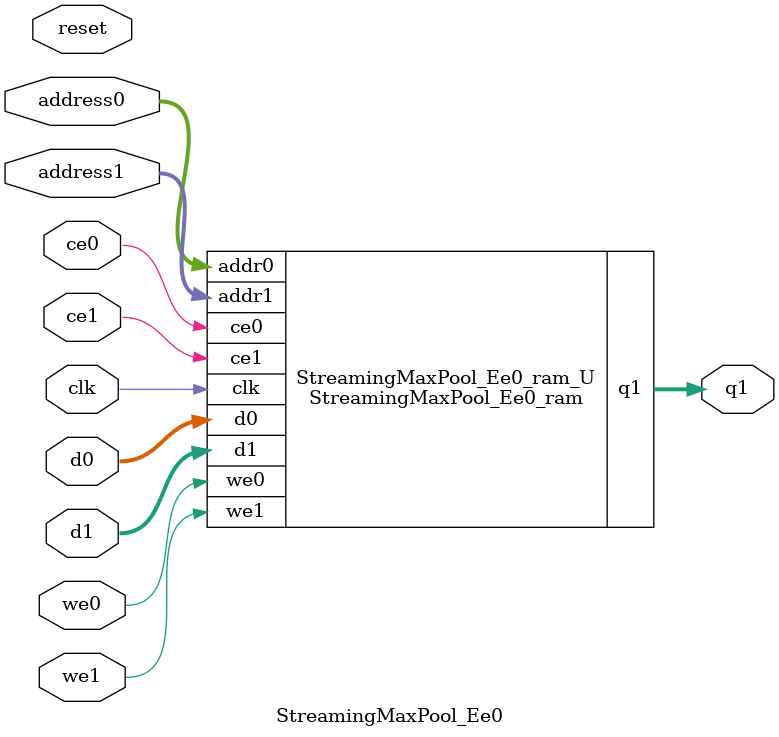
<source format=v>
`timescale 1 ns / 1 ps
module StreamingMaxPool_Ee0_ram (addr0, ce0, d0, we0, addr1, ce1, d1, we1, q1,  clk);

parameter DWIDTH = 128;
parameter AWIDTH = 3;
parameter MEM_SIZE = 5;

input[AWIDTH-1:0] addr0;
input ce0;
input[DWIDTH-1:0] d0;
input we0;
input[AWIDTH-1:0] addr1;
input ce1;
input[DWIDTH-1:0] d1;
input we1;
output reg[DWIDTH-1:0] q1;
input clk;

(* ram_style = "block" *)reg [DWIDTH-1:0] ram[0:MEM_SIZE-1];




always @(posedge clk)  
begin 
    if (ce0) begin
        if (we0) 
            ram[addr0] <= d0; 
    end
end


always @(posedge clk)  
begin 
    if (ce1) begin
        if (we1) 
            ram[addr1] <= d1; 
        q1 <= ram[addr1];
    end
end


endmodule

`timescale 1 ns / 1 ps
module StreamingMaxPool_Ee0(
    reset,
    clk,
    address0,
    ce0,
    we0,
    d0,
    address1,
    ce1,
    we1,
    d1,
    q1);

parameter DataWidth = 32'd128;
parameter AddressRange = 32'd5;
parameter AddressWidth = 32'd3;
input reset;
input clk;
input[AddressWidth - 1:0] address0;
input ce0;
input we0;
input[DataWidth - 1:0] d0;
input[AddressWidth - 1:0] address1;
input ce1;
input we1;
input[DataWidth - 1:0] d1;
output[DataWidth - 1:0] q1;



StreamingMaxPool_Ee0_ram StreamingMaxPool_Ee0_ram_U(
    .clk( clk ),
    .addr0( address0 ),
    .ce0( ce0 ),
    .we0( we0 ),
    .d0( d0 ),
    .addr1( address1 ),
    .ce1( ce1 ),
    .we1( we1 ),
    .d1( d1 ),
    .q1( q1 ));

endmodule


</source>
